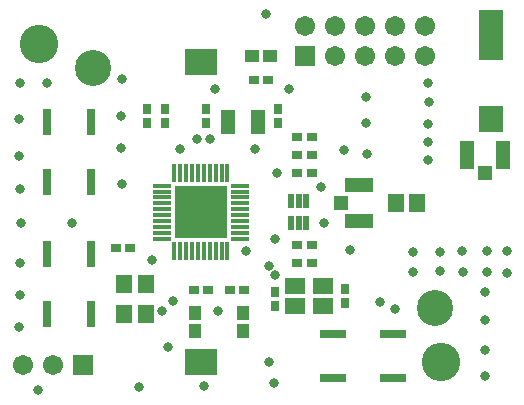
<source format=gts>
%FSLAX25Y25*%
%MOIN*%
G70*
G01*
G75*
G04 Layer_Color=8388736*
%ADD10O,0.01180X0.05906*%
%ADD11O,0.05906X0.01180*%
%ADD12R,0.17716X0.17716*%
%ADD13R,0.04000X0.03500*%
%ADD14R,0.05906X0.04724*%
%ADD15R,0.03937X0.07087*%
%ADD16R,0.02953X0.02362*%
%ADD17R,0.02362X0.02953*%
%ADD18R,0.02362X0.07874*%
%ADD19R,0.07874X0.02362*%
%ADD20R,0.03500X0.04000*%
%ADD21R,0.04724X0.05512*%
%ADD22R,0.08800X0.04200*%
%ADD23R,0.04000X0.04000*%
%ADD24R,0.01400X0.04000*%
%ADD25R,0.07200X0.08000*%
%ADD26R,0.07200X0.16000*%
%ADD27R,0.04200X0.08800*%
%ADD28R,0.04000X0.04000*%
%ADD29C,0.01000*%
%ADD30C,0.02000*%
%ADD31C,0.04000*%
%ADD32C,0.10000*%
%ADD33R,0.03000X0.03000*%
%ADD34R,0.10000X0.08000*%
%ADD35C,0.12000*%
%ADD36C,0.04000*%
%ADD37R,0.05906X0.05906*%
%ADD38C,0.05906*%
%ADD39C,0.02500*%
%ADD40R,0.17700X0.17700*%
%ADD41R,0.20000X0.20000*%
%ADD42C,0.00600*%
%ADD43C,0.00787*%
%ADD44C,0.00400*%
%ADD45O,0.01580X0.06306*%
%ADD46O,0.06306X0.01580*%
%ADD47R,0.04800X0.04300*%
%ADD48R,0.06706X0.05524*%
%ADD49R,0.04737X0.07887*%
%ADD50R,0.03753X0.03162*%
%ADD51R,0.03162X0.03753*%
%ADD52R,0.03162X0.08674*%
%ADD53R,0.08674X0.03162*%
%ADD54R,0.04300X0.04800*%
%ADD55R,0.05524X0.06312*%
%ADD56R,0.09600X0.05000*%
%ADD57R,0.04800X0.04800*%
%ADD58R,0.02200X0.04800*%
%ADD59R,0.08000X0.08800*%
%ADD60R,0.08000X0.16800*%
%ADD61R,0.05000X0.09600*%
%ADD62R,0.04800X0.04800*%
%ADD63R,0.10800X0.08800*%
%ADD64C,0.12800*%
%ADD65R,0.06706X0.06706*%
%ADD66C,0.06706*%
%ADD67C,0.03300*%
D12*
X65595Y62906D02*
D03*
D33*
X67532Y68906D02*
D03*
X63532D02*
D03*
X71406Y57095D02*
D03*
X67532D02*
D03*
X59595D02*
D03*
X71406Y61000D02*
D03*
X67532D02*
D03*
X59595Y61032D02*
D03*
Y68906D02*
D03*
X71406D02*
D03*
X63532Y61000D02*
D03*
Y57095D02*
D03*
Y64969D02*
D03*
X59595D02*
D03*
X67532D02*
D03*
X71406D02*
D03*
D35*
X29500Y111000D02*
D03*
X143500Y31000D02*
D03*
D45*
X56571Y75994D02*
D03*
X58539D02*
D03*
X60508D02*
D03*
X62476D02*
D03*
X64445D02*
D03*
X66413D02*
D03*
X68382D02*
D03*
X70350D02*
D03*
X72319D02*
D03*
X74287D02*
D03*
Y50006D02*
D03*
X72319D02*
D03*
X70350D02*
D03*
X68382D02*
D03*
X66413D02*
D03*
X64445D02*
D03*
X62476D02*
D03*
X60508D02*
D03*
X58539D02*
D03*
X56571D02*
D03*
D46*
X78495Y71858D02*
D03*
Y69890D02*
D03*
Y67921D02*
D03*
Y65953D02*
D03*
Y63984D02*
D03*
Y62016D02*
D03*
Y60047D02*
D03*
Y58079D02*
D03*
Y56110D02*
D03*
Y54142D02*
D03*
X52505D02*
D03*
Y56110D02*
D03*
Y58079D02*
D03*
Y60047D02*
D03*
Y62016D02*
D03*
Y63984D02*
D03*
Y65953D02*
D03*
Y67921D02*
D03*
Y69890D02*
D03*
Y71858D02*
D03*
D47*
X88492Y115000D02*
D03*
X82508D02*
D03*
D48*
X96776Y38346D02*
D03*
X106224D02*
D03*
Y31653D02*
D03*
X96776D02*
D03*
D49*
X84421Y93000D02*
D03*
X74579D02*
D03*
D50*
X87862Y107000D02*
D03*
X83138D02*
D03*
X102362Y82000D02*
D03*
X97638D02*
D03*
X79862Y37000D02*
D03*
X75138D02*
D03*
X63138D02*
D03*
X67862D02*
D03*
X102362Y46000D02*
D03*
X97638D02*
D03*
X41862Y51000D02*
D03*
X37138D02*
D03*
X97638Y52000D02*
D03*
X102362D02*
D03*
X97638Y76000D02*
D03*
X102362D02*
D03*
X97638Y88000D02*
D03*
X102362D02*
D03*
D51*
X47500Y92638D02*
D03*
Y97362D02*
D03*
X91000D02*
D03*
Y92638D02*
D03*
X113500Y37362D02*
D03*
Y32638D02*
D03*
X90000Y31638D02*
D03*
Y36362D02*
D03*
X67000Y97362D02*
D03*
Y92638D02*
D03*
X53500D02*
D03*
Y97362D02*
D03*
D52*
X28783Y93039D02*
D03*
Y72961D02*
D03*
X14138D02*
D03*
X14217Y93039D02*
D03*
X28783Y49039D02*
D03*
Y28961D02*
D03*
X14138D02*
D03*
X14217Y49039D02*
D03*
D53*
X109461Y22283D02*
D03*
X129539D02*
D03*
Y7638D02*
D03*
X109461Y7717D02*
D03*
D54*
X79500Y29492D02*
D03*
Y23508D02*
D03*
X63500Y29492D02*
D03*
Y23508D02*
D03*
D55*
X130457Y66000D02*
D03*
X137543D02*
D03*
X47043Y39000D02*
D03*
X39957D02*
D03*
X39957Y29000D02*
D03*
X47043D02*
D03*
D56*
X118000Y72000D02*
D03*
Y60000D02*
D03*
D57*
X112000Y66000D02*
D03*
D58*
X100600Y66600D02*
D03*
X98000D02*
D03*
X95400D02*
D03*
Y59400D02*
D03*
X98000D02*
D03*
X100600D02*
D03*
D59*
X162000Y94000D02*
D03*
D60*
Y122000D02*
D03*
D61*
X154000Y82000D02*
D03*
X166000D02*
D03*
D62*
X160000Y76000D02*
D03*
D63*
X65500Y13000D02*
D03*
Y113000D02*
D03*
D64*
X145500Y13000D02*
D03*
X11500Y119000D02*
D03*
D65*
X100000Y115000D02*
D03*
X26000Y12000D02*
D03*
D66*
X100000Y125000D02*
D03*
X110000Y115000D02*
D03*
Y125000D02*
D03*
X120000Y115000D02*
D03*
Y125000D02*
D03*
X130000Y115000D02*
D03*
Y125000D02*
D03*
X140000Y115000D02*
D03*
Y125000D02*
D03*
X6000Y12000D02*
D03*
X16000D02*
D03*
D67*
X94700Y104200D02*
D03*
X87200Y129000D02*
D03*
X88000Y13000D02*
D03*
X39000Y72500D02*
D03*
X49000Y47000D02*
D03*
X22500Y59500D02*
D03*
X141500Y99600D02*
D03*
X113300Y83600D02*
D03*
X141200Y86300D02*
D03*
X115000Y50400D02*
D03*
X125000Y33000D02*
D03*
X54500Y18000D02*
D03*
X70000Y104000D02*
D03*
X39000Y107500D02*
D03*
X14000Y106000D02*
D03*
X52500Y30000D02*
D03*
X56000Y33500D02*
D03*
X68500Y87500D02*
D03*
X64000D02*
D03*
X80500Y50000D02*
D03*
X58500Y84000D02*
D03*
X71200Y30000D02*
D03*
X90700Y76000D02*
D03*
X90300Y53900D02*
D03*
X130000Y30800D02*
D03*
X83600Y84000D02*
D03*
X167500Y50100D02*
D03*
X160900D02*
D03*
X152600D02*
D03*
X145100Y49600D02*
D03*
X136200D02*
D03*
X141100Y80300D02*
D03*
Y92400D02*
D03*
Y106200D02*
D03*
X160300Y36300D02*
D03*
Y26900D02*
D03*
X160000Y17100D02*
D03*
X160300Y8500D02*
D03*
X5200Y106000D02*
D03*
X4900Y93900D02*
D03*
Y81600D02*
D03*
X5200Y70600D02*
D03*
X5500Y59500D02*
D03*
X5200Y46200D02*
D03*
Y35500D02*
D03*
X4900Y24700D02*
D03*
X120600Y101500D02*
D03*
Y92700D02*
D03*
X120900Y82300D02*
D03*
X136100Y43100D02*
D03*
X145100Y43300D02*
D03*
X152700Y42900D02*
D03*
X160800D02*
D03*
X167400Y42600D02*
D03*
X88100Y45200D02*
D03*
X90200Y42000D02*
D03*
X106400Y59300D02*
D03*
X105600Y71400D02*
D03*
X38900Y95100D02*
D03*
Y84300D02*
D03*
X89800Y6200D02*
D03*
X66500Y4900D02*
D03*
X44700Y4700D02*
D03*
X11000Y3600D02*
D03*
M02*

</source>
